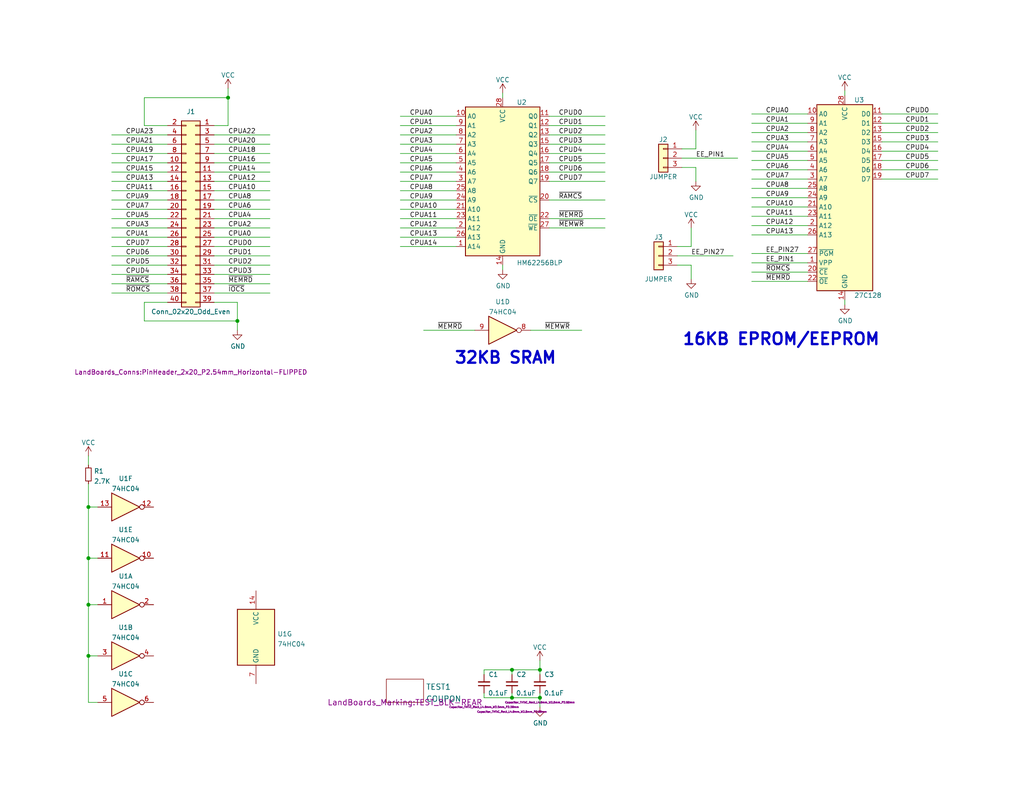
<source format=kicad_sch>
(kicad_sch (version 20231120) (generator "eeschema") (generator_version "8.0")
  (paper "A")
  (title_block (title "LB-MEM-02") (date "2022-10-06") (rev "2") (company "Land Boards LLC"))
  (lib_symbols
    (symbol "74xx:74HC04"
      (property "Reference" "U" (at 0 1.27 0))
      (property "Value" "74HC04" (at 0 -1.27 0))
      (symbol "74HC04_1_0"
        (polyline (pts (xy -3.81 3.81) (xy -3.81 -3.81) (xy 3.81 0) (xy -3.81 3.81)) (stroke (width 0.254)) (fill (type background)))
        (pin input line (at -7.62 0 0) (length 3.81) (name "~") (number "1"))
        (pin output inverted (at 7.62 0 180) (length 3.81) (name "~") (number "2"))
      )
      (symbol "74HC04_2_0"
        (polyline (pts (xy -3.81 3.81) (xy -3.81 -3.81) (xy 3.81 0) (xy -3.81 3.81)) (stroke (width 0.254)) (fill (type background)))
        (pin input line (at -7.62 0 0) (length 3.81) (name "~") (number "3"))
        (pin output inverted (at 7.62 0 180) (length 3.81) (name "~") (number "4"))
      )
      (symbol "74HC04_3_0"
        (polyline (pts (xy -3.81 3.81) (xy -3.81 -3.81) (xy 3.81 0) (xy -3.81 3.81)) (stroke (width 0.254)) (fill (type background)))
        (pin input line (at -7.62 0 0) (length 3.81) (name "~") (number "5"))
        (pin output inverted (at 7.62 0 180) (length 3.81) (name "~") (number "6"))
      )
      (symbol "74HC04_4_0"
        (polyline (pts (xy -3.81 3.81) (xy -3.81 -3.81) (xy 3.81 0) (xy -3.81 3.81)) (stroke (width 0.254)) (fill (type background)))
        (pin output inverted (at 7.62 0 180) (length 3.81) (name "~") (number "8"))
        (pin input line (at -7.62 0 0) (length 3.81) (name "~") (number "9"))
      )
      (symbol "74HC04_5_0"
        (polyline (pts (xy -3.81 3.81) (xy -3.81 -3.81) (xy 3.81 0) (xy -3.81 3.81)) (stroke (width 0.254)) (fill (type background)))
        (pin output inverted (at 7.62 0 180) (length 3.81) (name "~") (number "10"))
        (pin input line (at -7.62 0 0) (length 3.81) (name "~") (number "11"))
      )
      (symbol "74HC04_6_0"
        (polyline (pts (xy -3.81 3.81) (xy -3.81 -3.81) (xy 3.81 0) (xy -3.81 3.81)) (stroke (width 0.254)) (fill (type background)))
        (pin output inverted (at 7.62 0 180) (length 3.81) (name "~") (number "12"))
        (pin input line (at -7.62 0 0) (length 3.81) (name "~") (number "13"))
      )
      (symbol "74HC04_7_0"
        (pin power_in line (at 0 12.7 270) (length 5.08) (name "VCC") (number "14"))
        (pin power_in line (at 0 -12.7 90) (length 5.08) (name "GND") (number "7"))
      )
      (symbol "74HC04_7_1"
        (rectangle (start -5.08 7.62) (end 5.08 -7.62) (stroke (width 0.254)) (fill (type background)))
      )
    )
    (symbol "Connector_Generic:Conn_01x03" (pin_names (offset 1.016) hide)
      (property "Reference" "J" (at 0 5.08 0))
      (property "Value" "Conn_01x03" (at 0 -5.08 0))
      (symbol "Conn_01x03_1_1"
        (rectangle (start -1.27 -2.413) (end 0 -2.667) (stroke (width 0.1524)))
        (rectangle (start -1.27 0.127) (end 0 -0.127) (stroke (width 0.1524)))
        (rectangle (start -1.27 2.667) (end 0 2.413) (stroke (width 0.1524)))
        (rectangle (start -1.27 3.81) (end 1.27 -3.81) (stroke (width 0.254)) (fill (type background)))
        (pin passive line (at -5.08 2.54 0) (length 3.81) (name "Pin_1") (number "1"))
        (pin passive line (at -5.08 0 0) (length 3.81) (name "Pin_2") (number "2"))
        (pin passive line (at -5.08 -2.54 0) (length 3.81) (name "Pin_3") (number "3"))
      )
    )
    (symbol "Connector_Generic:Conn_02x20_Odd_Even" (pin_names (offset 1.016) hide)
      (property "Reference" "J" (at 1.27 25.4 0))
      (property "Value" "Conn_02x20_Odd_Even" (at 1.27 -27.94 0))
      (symbol "Conn_02x20_Odd_Even_1_1"
        (rectangle (start -1.27 -25.273) (end 0 -25.527) (stroke (width 0.1524)))
        (rectangle (start -1.27 -22.733) (end 0 -22.987) (stroke (width 0.1524)))
        (rectangle (start -1.27 -20.193) (end 0 -20.447) (stroke (width 0.1524)))
        (rectangle (start -1.27 -17.653) (end 0 -17.907) (stroke (width 0.1524)))
        (rectangle (start -1.27 -15.113) (end 0 -15.367) (stroke (width 0.1524)))
        (rectangle (start -1.27 -12.573) (end 0 -12.827) (stroke (width 0.1524)))
        (rectangle (start -1.27 -10.033) (end 0 -10.287) (stroke (width 0.1524)))
        (rectangle (start -1.27 -7.493) (end 0 -7.747) (stroke (width 0.1524)))
        (rectangle (start -1.27 -4.953) (end 0 -5.207) (stroke (width 0.1524)))
        (rectangle (start -1.27 -2.413) (end 0 -2.667) (stroke (width 0.1524)))
        (rectangle (start -1.27 0.127) (end 0 -0.127) (stroke (width 0.1524)))
        (rectangle (start -1.27 2.667) (end 0 2.413) (stroke (width 0.1524)))
        (rectangle (start -1.27 5.207) (end 0 4.953) (stroke (width 0.1524)))
        (rectangle (start -1.27 7.747) (end 0 7.493) (stroke (width 0.1524)))
        (rectangle (start -1.27 10.287) (end 0 10.033) (stroke (width 0.1524)))
        (rectangle (start -1.27 12.827) (end 0 12.573) (stroke (width 0.1524)))
        (rectangle (start -1.27 15.367) (end 0 15.113) (stroke (width 0.1524)))
        (rectangle (start -1.27 17.907) (end 0 17.653) (stroke (width 0.1524)))
        (rectangle (start -1.27 20.447) (end 0 20.193) (stroke (width 0.1524)))
        (rectangle (start -1.27 22.987) (end 0 22.733) (stroke (width 0.1524)))
        (rectangle (start -1.27 24.13) (end 3.81 -26.67) (stroke (width 0.254)) (fill (type background)))
        (rectangle (start 3.81 -25.273) (end 2.54 -25.527) (stroke (width 0.1524)))
        (rectangle (start 3.81 -22.733) (end 2.54 -22.987) (stroke (width 0.1524)))
        (rectangle (start 3.81 -20.193) (end 2.54 -20.447) (stroke (width 0.1524)))
        (rectangle (start 3.81 -17.653) (end 2.54 -17.907) (stroke (width 0.1524)))
        (rectangle (start 3.81 -15.113) (end 2.54 -15.367) (stroke (width 0.1524)))
        (rectangle (start 3.81 -12.573) (end 2.54 -12.827) (stroke (width 0.1524)))
        (rectangle (start 3.81 -10.033) (end 2.54 -10.287) (stroke (width 0.1524)))
        (rectangle (start 3.81 -7.493) (end 2.54 -7.747) (stroke (width 0.1524)))
        (rectangle (start 3.81 -4.953) (end 2.54 -5.207) (stroke (width 0.1524)))
        (rectangle (start 3.81 -2.413) (end 2.54 -2.667) (stroke (width 0.1524)))
        (rectangle (start 3.81 0.127) (end 2.54 -0.127) (stroke (width 0.1524)))
        (rectangle (start 3.81 2.667) (end 2.54 2.413) (stroke (width 0.1524)))
        (rectangle (start 3.81 5.207) (end 2.54 4.953) (stroke (width 0.1524)))
        (rectangle (start 3.81 7.747) (end 2.54 7.493) (stroke (width 0.1524)))
        (rectangle (start 3.81 10.287) (end 2.54 10.033) (stroke (width 0.1524)))
        (rectangle (start 3.81 12.827) (end 2.54 12.573) (stroke (width 0.1524)))
        (rectangle (start 3.81 15.367) (end 2.54 15.113) (stroke (width 0.1524)))
        (rectangle (start 3.81 17.907) (end 2.54 17.653) (stroke (width 0.1524)))
        (rectangle (start 3.81 20.447) (end 2.54 20.193) (stroke (width 0.1524)))
        (rectangle (start 3.81 22.987) (end 2.54 22.733) (stroke (width 0.1524)))
        (pin passive line (at -5.08 22.86 0) (length 3.81) (name "Pin_1") (number "1"))
        (pin passive line (at 7.62 12.7 180) (length 3.81) (name "Pin_10") (number "10"))
        (pin passive line (at -5.08 10.16 0) (length 3.81) (name "Pin_11") (number "11"))
        (pin passive line (at 7.62 10.16 180) (length 3.81) (name "Pin_12") (number "12"))
        (pin passive line (at -5.08 7.62 0) (length 3.81) (name "Pin_13") (number "13"))
        (pin passive line (at 7.62 7.62 180) (length 3.81) (name "Pin_14") (number "14"))
        (pin passive line (at -5.08 5.08 0) (length 3.81) (name "Pin_15") (number "15"))
        (pin passive line (at 7.62 5.08 180) (length 3.81) (name "Pin_16") (number "16"))
        (pin passive line (at -5.08 2.54 0) (length 3.81) (name "Pin_17") (number "17"))
        (pin passive line (at 7.62 2.54 180) (length 3.81) (name "Pin_18") (number "18"))
        (pin passive line (at -5.08 0 0) (length 3.81) (name "Pin_19") (number "19"))
        (pin passive line (at 7.62 22.86 180) (length 3.81) (name "Pin_2") (number "2"))
        (pin passive line (at 7.62 0 180) (length 3.81) (name "Pin_20") (number "20"))
        (pin passive line (at -5.08 -2.54 0) (length 3.81) (name "Pin_21") (number "21"))
        (pin passive line (at 7.62 -2.54 180) (length 3.81) (name "Pin_22") (number "22"))
        (pin passive line (at -5.08 -5.08 0) (length 3.81) (name "Pin_23") (number "23"))
        (pin passive line (at 7.62 -5.08 180) (length 3.81) (name "Pin_24") (number "24"))
        (pin passive line (at -5.08 -7.62 0) (length 3.81) (name "Pin_25") (number "25"))
        (pin passive line (at 7.62 -7.62 180) (length 3.81) (name "Pin_26") (number "26"))
        (pin passive line (at -5.08 -10.16 0) (length 3.81) (name "Pin_27") (number "27"))
        (pin passive line (at 7.62 -10.16 180) (length 3.81) (name "Pin_28") (number "28"))
        (pin passive line (at -5.08 -12.7 0) (length 3.81) (name "Pin_29") (number "29"))
        (pin passive line (at -5.08 20.32 0) (length 3.81) (name "Pin_3") (number "3"))
        (pin passive line (at 7.62 -12.7 180) (length 3.81) (name "Pin_30") (number "30"))
        (pin passive line (at -5.08 -15.24 0) (length 3.81) (name "Pin_31") (number "31"))
        (pin passive line (at 7.62 -15.24 180) (length 3.81) (name "Pin_32") (number "32"))
        (pin passive line (at -5.08 -17.78 0) (length 3.81) (name "Pin_33") (number "33"))
        (pin passive line (at 7.62 -17.78 180) (length 3.81) (name "Pin_34") (number "34"))
        (pin passive line (at -5.08 -20.32 0) (length 3.81) (name "Pin_35") (number "35"))
        (pin passive line (at 7.62 -20.32 180) (length 3.81) (name "Pin_36") (number "36"))
        (pin passive line (at -5.08 -22.86 0) (length 3.81) (name "Pin_37") (number "37"))
        (pin passive line (at 7.62 -22.86 180) (length 3.81) (name "Pin_38") (number "38"))
        (pin passive line (at -5.08 -25.4 0) (length 3.81) (name "Pin_39") (number "39"))
        (pin passive line (at 7.62 20.32 180) (length 3.81) (name "Pin_4") (number "4"))
        (pin passive line (at 7.62 -25.4 180) (length 3.81) (name "Pin_40") (number "40"))
        (pin passive line (at -5.08 17.78 0) (length 3.81) (name "Pin_5") (number "5"))
        (pin passive line (at 7.62 17.78 180) (length 3.81) (name "Pin_6") (number "6"))
        (pin passive line (at -5.08 15.24 0) (length 3.81) (name "Pin_7") (number "7"))
        (pin passive line (at 7.62 15.24 180) (length 3.81) (name "Pin_8") (number "8"))
        (pin passive line (at -5.08 12.7 0) (length 3.81) (name "Pin_9") (number "9"))
      )
    )
    (symbol "Device:C_Small" (pin_numbers hide) (pin_names (offset 0.254) hide)
      (property "Reference" "C" (at 0.254 1.778 0))
      (property "Value" "C_Small" (at 0.254 -2.032 0))
      (symbol "C_Small_0_1"
        (polyline (pts (xy -1.524 -0.508) (xy 1.524 -0.508)) (stroke (width 0.3302)))
        (polyline (pts (xy -1.524 0.508) (xy 1.524 0.508)) (stroke (width 0.3048)))
      )
      (symbol "C_Small_1_1"
        (pin passive line (at 0 2.54 270) (length 2.032) (name "~") (number "1"))
        (pin passive line (at 0 -2.54 90) (length 2.032) (name "~") (number "2"))
      )
    )
    (symbol "Device:R_Small" (pin_numbers hide) (pin_names (offset 0.254) hide)
      (property "Reference" "R" (at 0.762 0.508 0))
      (property "Value" "R_Small" (at 0.762 -1.016 0))
      (symbol "R_Small_0_1"
        (rectangle (start -0.762 1.778) (end 0.762 -1.778) (stroke (width 0.2032)))
      )
      (symbol "R_Small_1_1"
        (pin passive line (at 0 2.54 270) (length 0.762) (name "~") (number "1"))
        (pin passive line (at 0 -2.54 90) (length 0.762) (name "~") (number "2"))
      )
    )
    (symbol "LandBoards:COUPON" (pin_names (offset 1.016))
      (property "Reference" "COUP?" (at 0 0 0))
      (property "Value" "COUPON" (at 0 0 0))
      (symbol "COUPON_0_1"
        (rectangle (start -5.08 0) (end 5.08 6.35))
      )
    )
    (symbol "Memory_EPROM:27C128"
      (property "Reference" "U" (at -7.62 26.67 0))
      (property "Value" "27C128" (at 2.54 -26.67 0))
      (symbol "27C128_1_1"
        (rectangle (start -7.62 25.4) (end 7.62 -25.4) (stroke (width 0.254)) (fill (type background)))
        (pin input line (at -10.16 -17.78 0) (length 2.54) (name "VPP") (number "1"))
        (pin input line (at -10.16 22.86 0) (length 2.54) (name "A0") (number "10"))
        (pin tri_state line (at 10.16 22.86 180) (length 2.54) (name "D0") (number "11"))
        (pin tri_state line (at 10.16 20.32 180) (length 2.54) (name "D1") (number "12"))
        (pin tri_state line (at 10.16 17.78 180) (length 2.54) (name "D2") (number "13"))
        (pin power_in line (at 0 -27.94 90) (length 2.54) (name "GND") (number "14"))
        (pin tri_state line (at 10.16 15.24 180) (length 2.54) (name "D3") (number "15"))
        (pin tri_state line (at 10.16 12.7 180) (length 2.54) (name "D4") (number "16"))
        (pin tri_state line (at 10.16 10.16 180) (length 2.54) (name "D5") (number "17"))
        (pin tri_state line (at 10.16 7.62 180) (length 2.54) (name "D6") (number "18"))
        (pin tri_state line (at 10.16 5.08 180) (length 2.54) (name "D7") (number "19"))
        (pin input line (at -10.16 -7.62 0) (length 2.54) (name "A12") (number "2"))
        (pin input line (at -10.16 -20.32 0) (length 2.54) (name "~{CE}") (number "20"))
        (pin input line (at -10.16 -2.54 0) (length 2.54) (name "A10") (number "21"))
        (pin input line (at -10.16 -22.86 0) (length 2.54) (name "~{OE}") (number "22"))
        (pin input line (at -10.16 -5.08 0) (length 2.54) (name "A11") (number "23"))
        (pin input line (at -10.16 0 0) (length 2.54) (name "A9") (number "24"))
        (pin input line (at -10.16 2.54 0) (length 2.54) (name "A8") (number "25"))
        (pin input line (at -10.16 -10.16 0) (length 2.54) (name "A13") (number "26"))
        (pin input line (at -10.16 -15.24 0) (length 2.54) (name "~{PGM}") (number "27"))
        (pin power_in line (at 0 27.94 270) (length 2.54) (name "VCC") (number "28"))
        (pin input line (at -10.16 5.08 0) (length 2.54) (name "A7") (number "3"))
        (pin input line (at -10.16 7.62 0) (length 2.54) (name "A6") (number "4"))
        (pin input line (at -10.16 10.16 0) (length 2.54) (name "A5") (number "5"))
        (pin input line (at -10.16 12.7 0) (length 2.54) (name "A4") (number "6"))
        (pin input line (at -10.16 15.24 0) (length 2.54) (name "A3") (number "7"))
        (pin input line (at -10.16 17.78 0) (length 2.54) (name "A2") (number "8"))
        (pin input line (at -10.16 20.32 0) (length 2.54) (name "A1") (number "9"))
      )
    )
    (symbol "Memory_RAM:HM62256BLP"
      (property "Reference" "U" (at -10.16 20.955 0))
      (property "Value" "HM62256BLP" (at 2.54 20.955 0))
      (symbol "HM62256BLP_0_0"
        (pin power_in line (at 0 -22.86 90) (length 2.54) (name "GND") (number "14"))
        (pin power_in line (at 0 22.86 270) (length 2.54) (name "VCC") (number "28"))
      )
      (symbol "HM62256BLP_0_1"
        (rectangle (start -10.16 20.32) (end 10.16 -20.32) (stroke (width 0.254)) (fill (type background)))
      )
      (symbol "HM62256BLP_1_1"
        (pin input line (at -12.7 -17.78 0) (length 2.54) (name "A14") (number "1"))
        (pin input line (at -12.7 17.78 0) (length 2.54) (name "A0") (number "10"))
        (pin tri_state line (at 12.7 17.78 180) (length 2.54) (name "Q0") (number "11"))
        (pin tri_state line (at 12.7 15.24 180) (length 2.54) (name "Q1") (number "12"))
        (pin tri_state line (at 12.7 12.7 180) (length 2.54) (name "Q2") (number "13"))
        (pin tri_state line (at 12.7 10.16 180) (length 2.54) (name "Q3") (number "15"))
        (pin tri_state line (at 12.7 7.62 180) (length 2.54) (name "Q4") (number "16"))
        (pin tri_state line (at 12.7 5.08 180) (length 2.54) (name "Q5") (number "17"))
        (pin tri_state line (at 12.7 2.54 180) (length 2.54) (name "Q6") (number "18"))
        (pin tri_state line (at 12.7 0 180) (length 2.54) (name "Q7") (number "19"))
        (pin input line (at -12.7 -12.7 0) (length 2.54) (name "A12") (number "2"))
        (pin input line (at 12.7 -5.08 180) (length 2.54) (name "~{CS}") (number "20"))
        (pin input line (at -12.7 -7.62 0) (length 2.54) (name "A10") (number "21"))
        (pin input line (at 12.7 -10.16 180) (length 2.54) (name "~{OE}") (number "22"))
        (pin input line (at -12.7 -10.16 0) (length 2.54) (name "A11") (number "23"))
        (pin input line (at -12.7 -5.08 0) (length 2.54) (name "A9") (number "24"))
        (pin input line (at -12.7 -2.54 0) (length 2.54) (name "A8") (number "25"))
        (pin input line (at -12.7 -15.24 0) (length 2.54) (name "A13") (number "26"))
        (pin input line (at 12.7 -12.7 180) (length 2.54) (name "~{WE}") (number "27"))
        (pin input line (at -12.7 0 0) (length 2.54) (name "A7") (number "3"))
        (pin input line (at -12.7 2.54 0) (length 2.54) (name "A6") (number "4"))
        (pin input line (at -12.7 5.08 0) (length 2.54) (name "A5") (number "5"))
        (pin input line (at -12.7 7.62 0) (length 2.54) (name "A4") (number "6"))
        (pin input line (at -12.7 10.16 0) (length 2.54) (name "A3") (number "7"))
        (pin input line (at -12.7 12.7 0) (length 2.54) (name "A2") (number "8"))
        (pin input line (at -12.7 15.24 0) (length 2.54) (name "A1") (number "9"))
      )
    )
    (symbol "power:GND" (power) (pin_names (offset 0))
      (property "Value" "GND" (at 0 -3.81 0))
      (symbol "GND_0_1"
        (polyline (pts (xy 0 0) (xy 0 -1.27) (xy 1.27 -1.27) (xy 0 -2.54) (xy -1.27 -1.27) (xy 0 -1.27)))
      )
      (symbol "GND_1_1"
        (pin power_in line (at 0 0 270) (length 0) hide (name "GND") (number "1"))
      )
    )
    (symbol "power:VCC" (power) (pin_names (offset 0))
      (property "Value" "VCC" (at 0 3.81 0))
      (symbol "VCC_0_1"
        (polyline (pts (xy -0.762 1.27) (xy 0 2.54)))
        (polyline (pts (xy 0 0) (xy 0 2.54)))
        (polyline (pts (xy 0 2.54) (xy 0.762 1.27)))
      )
      (symbol "VCC_1_1"
        (pin power_in line (at 0 0 90) (length 0) hide (name "VCC") (number "1"))
      )
    )
  )
  (junction (at 24.13 179.07))
  (junction (at 139.7 182.88))
  (junction (at 64.77 87.63))
  (junction (at 62.23 26.67))
  (junction (at 139.7 190.5))
  (junction (at 24.13 152.4))
  (junction (at 147.32 182.88))
  (junction (at 147.32 190.5))
  (junction (at 24.13 165.1))
  (junction (at 24.13 138.43))
  (wire (pts (xy 149.86 46.99) (xy 165.1 46.99)))
  (wire (pts (xy 109.22 41.91) (xy 124.46 41.91)))
  (wire (pts (xy 240.665 41.275) (xy 255.905 41.275)))
  (wire (pts (xy 205.105 53.975) (xy 220.345 53.975)))
  (wire (pts (xy 230.505 24.765) (xy 230.505 26.035)))
  (wire (pts (xy 147.32 190.5) (xy 139.7 190.5)))
  (wire (pts (xy 240.665 43.815) (xy 255.905 43.815)))
  (wire (pts (xy 149.86 36.83) (xy 165.1 36.83)))
  (wire (pts (xy 147.32 184.15) (xy 147.32 182.88)))
  (wire (pts (xy 186.055 43.18) (xy 201.295 43.18)))
  (wire (pts (xy 58.42 57.15) (xy 73.66 57.15)))
  (wire (pts (xy 139.7 190.5) (xy 132.08 190.5)))
  (wire (pts (xy 58.42 82.55) (xy 64.77 82.55)))
  (wire (pts (xy 147.32 190.5) (xy 147.32 193.04)))
  (wire (pts (xy 205.105 33.655) (xy 220.345 33.655)))
  (wire (pts (xy 205.105 56.515) (xy 220.345 56.515)))
  (wire (pts (xy 24.13 191.77) (xy 26.67 191.77)))
  (wire (pts (xy 30.48 80.01) (xy 45.72 80.01)))
  (wire (pts (xy 147.32 180.34) (xy 147.32 182.88)))
  (wire (pts (xy 184.785 72.39) (xy 188.595 72.39)))
  (wire (pts (xy 109.22 64.77) (xy 124.46 64.77)))
  (wire (pts (xy 205.105 48.895) (xy 220.345 48.895)))
  (wire (pts (xy 24.13 165.1) (xy 24.13 179.07)))
  (wire (pts (xy 62.23 34.29) (xy 62.23 26.67)))
  (wire (pts (xy 205.105 43.815) (xy 220.345 43.815)))
  (wire (pts (xy 58.42 49.53) (xy 73.66 49.53)))
  (wire (pts (xy 30.48 52.07) (xy 45.72 52.07)))
  (wire (pts (xy 64.77 87.63) (xy 39.37 87.63)))
  (wire (pts (xy 58.42 69.85) (xy 73.66 69.85)))
  (wire (pts (xy 30.48 39.37) (xy 45.72 39.37)))
  (wire (pts (xy 109.22 62.23) (xy 124.46 62.23)))
  (wire (pts (xy 240.665 48.895) (xy 255.905 48.895)))
  (wire (pts (xy 132.08 190.5) (xy 132.08 189.23)))
  (wire (pts (xy 109.22 46.99) (xy 124.46 46.99)))
  (wire (pts (xy 240.665 38.735) (xy 255.905 38.735)))
  (wire (pts (xy 109.22 67.31) (xy 124.46 67.31)))
  (wire (pts (xy 24.13 138.43) (xy 24.13 152.4)))
  (wire (pts (xy 188.595 62.23) (xy 188.595 67.31)))
  (wire (pts (xy 205.105 38.735) (xy 220.345 38.735)))
  (wire (pts (xy 137.16 25.4) (xy 137.16 26.67)))
  (wire (pts (xy 149.86 49.53) (xy 165.1 49.53)))
  (wire (pts (xy 58.42 80.01) (xy 73.66 80.01)))
  (wire (pts (xy 62.23 26.67) (xy 39.37 26.67)))
  (wire (pts (xy 205.105 61.595) (xy 220.345 61.595)))
  (wire (pts (xy 189.865 35.56) (xy 189.865 40.64)))
  (wire (pts (xy 205.105 64.135) (xy 220.345 64.135)))
  (wire (pts (xy 58.42 64.77) (xy 73.66 64.77)))
  (wire (pts (xy 109.22 36.83) (xy 124.46 36.83)))
  (wire (pts (xy 58.42 62.23) (xy 73.66 62.23)))
  (wire (pts (xy 149.86 44.45) (xy 165.1 44.45)))
  (wire (pts (xy 30.48 36.83) (xy 45.72 36.83)))
  (wire (pts (xy 30.48 57.15) (xy 45.72 57.15)))
  (wire (pts (xy 24.13 152.4) (xy 24.13 165.1)))
  (wire (pts (xy 30.48 41.91) (xy 45.72 41.91)))
  (wire (pts (xy 24.13 132.08) (xy 24.13 138.43)))
  (wire (pts (xy 30.48 49.53) (xy 45.72 49.53)))
  (wire (pts (xy 62.23 26.67) (xy 62.23 24.13)))
  (wire (pts (xy 30.48 72.39) (xy 45.72 72.39)))
  (wire (pts (xy 115.57 90.17) (xy 129.54 90.17)))
  (wire (pts (xy 30.48 74.93) (xy 45.72 74.93)))
  (wire (pts (xy 109.22 34.29) (xy 124.46 34.29)))
  (wire (pts (xy 205.105 76.835) (xy 220.345 76.835)))
  (wire (pts (xy 205.105 51.435) (xy 220.345 51.435)))
  (wire (pts (xy 147.32 189.23) (xy 147.32 190.5)))
  (wire (pts (xy 109.22 31.75) (xy 124.46 31.75)))
  (wire (pts (xy 26.67 179.07) (xy 24.13 179.07)))
  (wire (pts (xy 30.48 64.77) (xy 45.72 64.77)))
  (wire (pts (xy 39.37 26.67) (xy 39.37 34.29)))
  (wire (pts (xy 205.105 74.295) (xy 220.345 74.295)))
  (wire (pts (xy 30.48 77.47) (xy 45.72 77.47)))
  (wire (pts (xy 139.7 184.15) (xy 139.7 182.88)))
  (wire (pts (xy 132.08 184.15) (xy 132.08 182.88)))
  (wire (pts (xy 58.42 46.99) (xy 73.66 46.99)))
  (wire (pts (xy 109.22 39.37) (xy 124.46 39.37)))
  (wire (pts (xy 109.22 54.61) (xy 124.46 54.61)))
  (wire (pts (xy 64.77 87.63) (xy 64.77 90.17)))
  (wire (pts (xy 205.105 36.195) (xy 220.345 36.195)))
  (wire (pts (xy 149.86 31.75) (xy 165.1 31.75)))
  (wire (pts (xy 58.42 41.91) (xy 73.66 41.91)))
  (wire (pts (xy 149.86 62.23) (xy 165.1 62.23)))
  (wire (pts (xy 240.665 31.115) (xy 255.905 31.115)))
  (wire (pts (xy 58.42 44.45) (xy 73.66 44.45)))
  (wire (pts (xy 186.055 40.64) (xy 189.865 40.64)))
  (wire (pts (xy 64.77 82.55) (xy 64.77 87.63)))
  (wire (pts (xy 149.86 59.69) (xy 165.1 59.69)))
  (wire (pts (xy 205.105 59.055) (xy 220.345 59.055)))
  (wire (pts (xy 58.42 36.83) (xy 73.66 36.83)))
  (wire (pts (xy 149.86 34.29) (xy 165.1 34.29)))
  (wire (pts (xy 58.42 39.37) (xy 73.66 39.37)))
  (wire (pts (xy 230.505 81.915) (xy 230.505 83.185)))
  (wire (pts (xy 184.785 67.31) (xy 188.595 67.31)))
  (wire (pts (xy 30.48 46.99) (xy 45.72 46.99)))
  (wire (pts (xy 58.42 59.69) (xy 73.66 59.69)))
  (wire (pts (xy 240.665 36.195) (xy 255.905 36.195)))
  (wire (pts (xy 139.7 182.88) (xy 147.32 182.88)))
  (wire (pts (xy 30.48 44.45) (xy 45.72 44.45)))
  (wire (pts (xy 205.105 46.355) (xy 220.345 46.355)))
  (wire (pts (xy 58.42 52.07) (xy 73.66 52.07)))
  (wire (pts (xy 109.22 57.15) (xy 124.46 57.15)))
  (wire (pts (xy 188.595 72.39) (xy 188.595 76.2)))
  (wire (pts (xy 58.42 67.31) (xy 73.66 67.31)))
  (wire (pts (xy 139.7 189.23) (xy 139.7 190.5)))
  (wire (pts (xy 205.105 69.215) (xy 220.345 69.215)))
  (wire (pts (xy 109.22 52.07) (xy 124.46 52.07)))
  (wire (pts (xy 58.42 54.61) (xy 73.66 54.61)))
  (wire (pts (xy 24.13 152.4) (xy 26.67 152.4)))
  (wire (pts (xy 240.665 46.355) (xy 255.905 46.355)))
  (wire (pts (xy 109.22 59.69) (xy 124.46 59.69)))
  (wire (pts (xy 109.22 44.45) (xy 124.46 44.45)))
  (wire (pts (xy 189.865 45.72) (xy 189.865 49.53)))
  (wire (pts (xy 39.37 34.29) (xy 45.72 34.29)))
  (wire (pts (xy 58.42 72.39) (xy 73.66 72.39)))
  (wire (pts (xy 58.42 34.29) (xy 62.23 34.29)))
  (wire (pts (xy 24.13 138.43) (xy 26.67 138.43)))
  (wire (pts (xy 30.48 67.31) (xy 45.72 67.31)))
  (wire (pts (xy 205.105 41.275) (xy 220.345 41.275)))
  (wire (pts (xy 30.48 69.85) (xy 45.72 69.85)))
  (wire (pts (xy 149.86 41.91) (xy 165.1 41.91)))
  (wire (pts (xy 205.105 31.115) (xy 220.345 31.115)))
  (wire (pts (xy 24.13 165.1) (xy 26.67 165.1)))
  (wire (pts (xy 205.105 71.755) (xy 220.345 71.755)))
  (wire (pts (xy 39.37 82.55) (xy 45.72 82.55)))
  (wire (pts (xy 149.86 39.37) (xy 165.1 39.37)))
  (wire (pts (xy 137.16 72.39) (xy 137.16 73.66)))
  (wire (pts (xy 240.665 33.655) (xy 255.905 33.655)))
  (wire (pts (xy 24.13 179.07) (xy 24.13 191.77)))
  (wire (pts (xy 186.055 45.72) (xy 189.865 45.72)))
  (wire (pts (xy 30.48 59.69) (xy 45.72 59.69)))
  (wire (pts (xy 144.78 90.17) (xy 158.75 90.17)))
  (wire (pts (xy 109.22 49.53) (xy 124.46 49.53)))
  (wire (pts (xy 149.86 54.61) (xy 165.1 54.61)))
  (wire (pts (xy 30.48 62.23) (xy 45.72 62.23)))
  (wire (pts (xy 132.08 182.88) (xy 139.7 182.88)))
  (wire (pts (xy 58.42 74.93) (xy 73.66 74.93)))
  (wire (pts (xy 39.37 87.63) (xy 39.37 82.55)))
  (wire (pts (xy 184.785 69.85) (xy 200.025 69.85)))
  (wire (pts (xy 30.48 54.61) (xy 45.72 54.61)))
  (wire (pts (xy 58.42 77.47) (xy 73.66 77.47)))
  (wire (pts (xy 24.13 124.46) (xy 24.13 127)))
  (text "32KB SRAM" (at 123.825 99.695 0) (effects (font (size 3.175 3.175) (thickness 0.635) (bold yes)) (justify left bottom)))
  (text "16KB EPROM/EEPROM" (at 186.055 94.615 0) (effects (font (size 3.175 3.175) (thickness 0.635) (bold yes)) (justify left bottom)))
  (label "CPUD0" (at 247.015 31.115 0))
  (label "CPUA4" (at 62.23 59.69 0))
  (label "CPUD1" (at 247.015 33.655 0))
  (label "CPUA12" (at 62.23 49.53 0))
  (label "CPUA9" (at 34.29 54.61 0))
  (label "CPUA6" (at 111.76 46.99 0))
  (label "CPUA6" (at 208.915 46.355 0))
  (label "CPUA20" (at 62.23 39.37 0))
  (label "CPUD3" (at 62.23 74.93 0))
  (label "CPUA2" (at 111.76 36.83 0))
  (label "CPUD4" (at 247.015 41.275 0))
  (label "CPUA8" (at 111.76 52.07 0))
  (label "~{RAMCS}" (at 152.4 54.61 0))
  (label "CPUD6" (at 247.015 46.355 0))
  (label "CPUD3" (at 152.4 39.37 0))
  (label "CPUD2" (at 247.015 36.195 0))
  (label "~{MEMWR}" (at 148.59 90.17 0))
  (label "EE_PIN1" (at 189.865 43.18 0))
  (label "CPUD2" (at 62.23 72.39 0))
  (label "CPUA11" (at 111.76 59.69 0))
  (label "CPUA3" (at 34.29 62.23 0))
  (label "EE_PIN1" (at 208.915 71.755 0))
  (label "CPUA15" (at 34.29 46.99 0))
  (label "CPUA2" (at 62.23 62.23 0))
  (label "CPUA7" (at 208.915 48.895 0))
  (label "CPUD4" (at 152.4 41.91 0))
  (label "CPUD2" (at 152.4 36.83 0))
  (label "CPUA19" (at 34.29 41.91 0))
  (label "CPUA11" (at 34.29 52.07 0))
  (label "CPUA5" (at 208.915 43.815 0))
  (label "~{MEMRD}" (at 119.38 90.17 0))
  (label "CPUD4" (at 34.29 74.93 0))
  (label "CPUA5" (at 111.76 44.45 0))
  (label "CPUA14" (at 111.76 67.31 0))
  (label "CPUA2" (at 208.915 36.195 0))
  (label "CPUA18" (at 62.23 41.91 0))
  (label "EE_PIN27" (at 188.595 69.85 0))
  (label "CPUA7" (at 34.29 57.15 0))
  (label "~{IOCS}" (at 62.23 80.01 0))
  (label "~{MEMRD}" (at 62.23 77.47 0))
  (label "~{MEMRD}" (at 208.915 76.835 0))
  (label "CPUA13" (at 208.915 64.135 0))
  (label "CPUD0" (at 62.23 67.31 0))
  (label "CPUA0" (at 111.76 31.75 0))
  (label "CPUA3" (at 111.76 39.37 0))
  (label "CPUD5" (at 152.4 44.45 0))
  (label "~{RAMCS}" (at 34.29 77.47 0))
  (label "EE_PIN27" (at 208.915 69.215 0))
  (label "CPUA9" (at 111.76 54.61 0))
  (label "~{ROMCS}" (at 208.915 74.295 0))
  (label "CPUD6" (at 152.4 46.99 0))
  (label "CPUD1" (at 152.4 34.29 0))
  (label "CPUA10" (at 62.23 52.07 0))
  (label "CPUD7" (at 152.4 49.53 0))
  (label "CPUD5" (at 34.29 72.39 0))
  (label "CPUA9" (at 208.915 53.975 0))
  (label "CPUA14" (at 62.23 46.99 0))
  (label "CPUA10" (at 111.76 57.15 0))
  (label "CPUA12" (at 208.915 61.595 0))
  (label "CPUA1" (at 111.76 34.29 0))
  (label "CPUA4" (at 111.76 41.91 0))
  (label "CPUD7" (at 34.29 67.31 0))
  (label "CPUA12" (at 111.76 62.23 0))
  (label "CPUA10" (at 208.915 56.515 0))
  (label "CPUA11" (at 208.915 59.055 0))
  (label "CPUA4" (at 208.915 41.275 0))
  (label "CPUA0" (at 208.915 31.115 0))
  (label "CPUA22" (at 62.23 36.83 0))
  (label "CPUA5" (at 34.29 59.69 0))
  (label "CPUD0" (at 152.4 31.75 0))
  (label "CPUA13" (at 34.29 49.53 0))
  (label "CPUA17" (at 34.29 44.45 0))
  (label "CPUA0" (at 62.23 64.77 0))
  (label "~{ROMCS}" (at 34.29 80.01 0))
  (label "CPUD7" (at 247.015 48.895 0))
  (label "CPUA1" (at 34.29 64.77 0))
  (label "CPUD3" (at 247.015 38.735 0))
  (label "CPUA8" (at 208.915 51.435 0))
  (label "CPUA3" (at 208.915 38.735 0))
  (label "CPUA13" (at 111.76 64.77 0))
  (label "CPUA23" (at 34.29 36.83 0))
  (label "CPUA21" (at 34.29 39.37 0))
  (label "CPUA1" (at 208.915 33.655 0))
  (label "CPUA16" (at 62.23 44.45 0))
  (label "~{MEMWR}" (at 152.4 62.23 0))
  (label "~{MEMRD}" (at 152.4 59.69 0))
  (label "CPUA6" (at 62.23 57.15 0))
  (label "CPUA8" (at 62.23 54.61 0))
  (label "CPUD6" (at 34.29 69.85 0))
  (label "CPUD1" (at 62.23 69.85 0))
  (label "CPUA7" (at 111.76 49.53 0))
  (label "CPUD5" (at 247.015 43.815 0))
  (symbol (lib_id "power:GND") (at 64.77 90.17 0) (unit 1)
    (property "Reference" "#PWR02" (effects (hide yes)))
    (property "Value" "GND" (at 64.897 94.5642 0))
  )
  (symbol (lib_id "power:GND") (at 137.16 73.66 0) (unit 1)
    (property "Reference" "#PWR0104" (effects (hide yes)))
    (property "Value" "GND" (at 137.287 78.0542 0))
  )
  (symbol (lib_id "power:GND") (at 147.32 193.04 0) (unit 1)
    (property "Reference" "#PWR0126" (effects (hide yes)))
    (property "Value" "GND" (at 147.447 197.4342 0))
  )
  (symbol (lib_id "Device:C_Small") (at 139.7 186.69 180) (unit 1)
    (property "Reference" "C2" (at 142.24 184.15 0))
    (property "Value" "0.1uF" (at 143.51 189.23 0))
    (property "Footprint" "Capacitor_THT:C_Rect_L4.0mm_W2.5mm_P2.50mm" (at 139.7 194.31 0) (effects (font (size 0.508 0.508))))
  )
  (symbol (lib_id "Device:C_Small") (at 147.32 186.69 180) (unit 1)
    (property "Reference" "C3" (at 149.86 184.15 0))
    (property "Value" "0.1uF" (at 151.13 189.23 0))
    (property "Footprint" "Capacitor_THT:C_Rect_L4.0mm_W2.5mm_P2.50mm" (at 147.32 191.77 0) (effects (font (size 0.508 0.508))))
  )
  (symbol (lib_id "Device:C_Small") (at 132.08 186.69 180) (unit 1)
    (property "Reference" "C1" (at 134.62 184.15 0))
    (property "Value" "0.1uF" (at 135.89 189.23 0))
    (property "Footprint" "Capacitor_THT:C_Rect_L4.0mm_W2.5mm_P2.50mm" (at 132.08 193.04 0) (effects (font (size 0.508 0.508))))
  )
  (symbol (lib_id "power:GND") (at 188.595 76.2 0) (unit 1)
    (property "Reference" "#PWR0108" (effects (hide yes)))
    (property "Value" "GND" (at 188.722 80.5942 0))
  )
  (symbol (lib_id "Memory_RAM:HM62256BLP") (at 137.16 49.53 0) (unit 1)
    (property "Reference" "U2" (at 140.97 27.94 0) (effects (justify left)))
    (property "Value" "HM62256BLP" (at 140.97 71.755 0) (effects (justify left)))
    (property "Footprint" "Package_DIP:DIP-28_W15.24mm_LongPads" (effects (hide yes)))
    (property "Datasheet" "https://web.mit.edu/6.115/www/document/62256.pdf" (effects (hide yes)))
  )
  (symbol (lib_id "74xx:74HC04") (at 137.16 90.17 0) (unit 4)
    (property "Reference" "U1" (at 137.16 82.3935 0))
    (property "Value" "74HC04" (at 137.16 85.1686 0))
    (property "Footprint" "Package_DIP:DIP-14_W7.62mm_LongPads" (effects (hide yes)))
    (property "Datasheet" "https://assets.nexperia.com/documents/data-sheet/74HC_HCT04.pdf" (effects (hide yes)))
  )
  (symbol (lib_id "power:VCC") (at 188.595 62.23 0) (unit 1)
    (property "Reference" "#PWR0106" (effects (hide yes)))
    (property "Value" "VCC" (at 188.595 58.6255 0))
  )
  (symbol (lib_id "Device:R_Small") (at 24.13 129.54 0) (unit 1)
    (property "Reference" "R1" (at 25.6286 128.6315 0) (effects (justify left)))
    (property "Value" "2.7K" (at 25.6286 131.4066 0) (effects (justify left)))
    (property "Footprint" "Resistor_THT:R_Axial_DIN0204_L3.6mm_D1.6mm_P7.62mm_Horizontal" (effects (hide yes)))
  )
  (symbol (lib_id "power:VCC") (at 230.505 24.765 0) (unit 1)
    (property "Reference" "#PWR0107" (effects (hide yes)))
    (property "Value" "VCC" (at 230.505 21.1605 0))
  )
  (symbol (lib_id "power:VCC") (at 62.23 24.13 0) (unit 1)
    (property "Reference" "#PWR0105" (effects (hide yes)))
    (property "Value" "VCC" (at 62.23 20.5255 0))
  )
  (symbol (lib_id "power:GND") (at 230.505 83.185 0) (unit 1)
    (property "Reference" "#PWR0103" (effects (hide yes)))
    (property "Value" "GND" (at 230.632 87.5792 0))
  )
  (symbol (lib_id "power:VCC") (at 24.13 124.46 0) (unit 1)
    (property "Reference" "#PWR0111" (effects (hide yes)))
    (property "Value" "VCC" (at 24.13 120.8555 0))
  )
  (symbol (lib_id "power:VCC") (at 147.32 180.34 0) (unit 1)
    (property "Reference" "#PWR0109" (effects (hide yes)))
    (property "Value" "VCC" (at 147.32 176.7355 0))
  )
  (symbol (lib_id "74xx:74HC04") (at 34.29 165.1 0) (unit 1)
    (property "Reference" "U1" (at 34.29 157.3235 0))
    (property "Value" "74HC04" (at 34.29 160.0986 0))
    (property "Footprint" "Package_DIP:DIP-14_W7.62mm_LongPads" (effects (hide yes)))
    (property "Datasheet" "https://assets.nexperia.com/documents/data-sheet/74HC_HCT04.pdf" (effects (hide yes)))
  )
  (symbol (lib_id "74xx:74HC04") (at 34.29 191.77 0) (unit 3)
    (property "Reference" "U1" (at 34.29 183.9935 0))
    (property "Value" "74HC04" (at 34.29 186.7686 0))
    (property "Footprint" "Package_DIP:DIP-14_W7.62mm_LongPads" (effects (hide yes)))
    (property "Datasheet" "https://assets.nexperia.com/documents/data-sheet/74HC_HCT04.pdf" (effects (hide yes)))
  )
  (symbol (lib_id "LandBoards:COUPON") (at 110.49 191.77 0) (unit 1)
    (property "Reference" "TEST1" (at 116.205 187.5303 0) (effects (font (size 1.524 1.524)) (justify left)))
    (property "Value" "COUPON" (at 116.205 190.8093 0) (effects (font (size 1.524 1.524)) (justify left)))
    (property "Footprint" "LandBoards_Marking:TEST_BLK-REAR" (at 110.49 191.77 0) (effects (font (size 1.524 1.524))))
  )
  (symbol (lib_id "Memory_EPROM:27C128") (at 230.505 53.975 0) (unit 1)
    (property "Reference" "U3" (at 233.045 27.305 0) (effects (justify left)))
    (property "Value" "27C128" (at 233.045 80.645 0) (effects (justify left)))
    (property "Footprint" "Package_DIP:DIP-28_W15.24mm_LongPads" (effects (hide yes)))
    (property "Datasheet" "http://ww1.microchip.com/downloads/en/devicedoc/11003L.pdf" (effects (hide yes)))
  )
  (symbol (lib_id "Connector_Generic:Conn_01x03") (at 179.705 69.85 0) (mirror y) (unit 1)
    (property "Reference" "J3" (at 179.705 64.77 0))
    (property "Value" "JUMPER" (at 179.705 76.2 0))
    (property "Footprint" "Connector_PinHeader_2.54mm:PinHeader_1x03_P2.54mm_Vertical" (effects (hide yes)))
  )
  (symbol (lib_id "Connector_Generic:Conn_02x20_Odd_Even") (at 53.34 57.15 0) (mirror y) (unit 1)
    (property "Reference" "J1" (at 52.07 30.48 0))
    (property "Value" "Conn_02x20_Odd_Even" (at 52.07 85.09 0))
    (property "Footprint" "LandBoards_Conns:PinHeader_2x20_P2.54mm_Horizontal-FLIPPED" (at 52.07 101.6 0))
  )
  (symbol (lib_id "Connector_Generic:Conn_01x03") (at 180.975 43.18 0) (mirror y) (unit 1)
    (property "Reference" "J2" (at 180.975 38.1 0))
    (property "Value" "JUMPER" (at 180.975 48.26 0))
    (property "Footprint" "Connector_PinHeader_2.54mm:PinHeader_1x03_P2.54mm_Vertical" (effects (hide yes)))
  )
  (symbol (lib_id "74xx:74HC04") (at 34.29 179.07 0) (unit 2)
    (property "Reference" "U1" (at 34.29 171.2935 0))
    (property "Value" "74HC04" (at 34.29 174.0686 0))
    (property "Footprint" "Package_DIP:DIP-14_W7.62mm_LongPads" (effects (hide yes)))
    (property "Datasheet" "https://assets.nexperia.com/documents/data-sheet/74HC_HCT04.pdf" (effects (hide yes)))
  )
  (symbol (lib_id "power:VCC") (at 189.865 35.56 0) (unit 1)
    (property "Reference" "#PWR0102" (effects (hide yes)))
    (property "Value" "VCC" (at 189.865 31.9555 0))
  )
  (symbol (lib_id "74xx:74HC04") (at 69.85 173.99 0) (unit 7)
    (property "Reference" "U1" (at 75.692 173.0815 0) (effects (justify left)))
    (property "Value" "74HC04" (at 75.692 175.8566 0) (effects (justify left)))
    (property "Footprint" "Package_DIP:DIP-14_W7.62mm_LongPads" (effects (hide yes)))
    (property "Datasheet" "https://assets.nexperia.com/documents/data-sheet/74HC_HCT04.pdf" (effects (hide yes)))
  )
  (symbol (lib_id "74xx:74HC04") (at 34.29 138.43 0) (unit 6)
    (property "Reference" "U1" (at 34.29 130.6535 0))
    (property "Value" "74HC04" (at 34.29 133.4286 0))
    (property "Footprint" "Package_DIP:DIP-14_W7.62mm_LongPads" (effects (hide yes)))
    (property "Datasheet" "https://assets.nexperia.com/documents/data-sheet/74HC_HCT04.pdf" (effects (hide yes)))
  )
  (symbol (lib_id "74xx:74HC04") (at 34.29 152.4 0) (unit 5)
    (property "Reference" "U1" (at 34.29 144.6235 0))
    (property "Value" "74HC04" (at 34.29 147.3986 0))
    (property "Footprint" "Package_DIP:DIP-14_W7.62mm_LongPads" (effects (hide yes)))
    (property "Datasheet" "https://assets.nexperia.com/documents/data-sheet/74HC_HCT04.pdf" (effects (hide yes)))
  )
  (symbol (lib_id "power:GND") (at 189.865 49.53 0) (unit 1)
    (property "Reference" "#PWR0110" (effects (hide yes)))
    (property "Value" "GND" (at 189.992 53.9242 0))
  )
  (symbol (lib_id "power:VCC") (at 137.16 25.4 0) (unit 1)
    (property "Reference" "#PWR0101" (effects (hide yes)))
    (property "Value" "VCC" (at 137.16 21.7955 0))
  )
)
</source>
